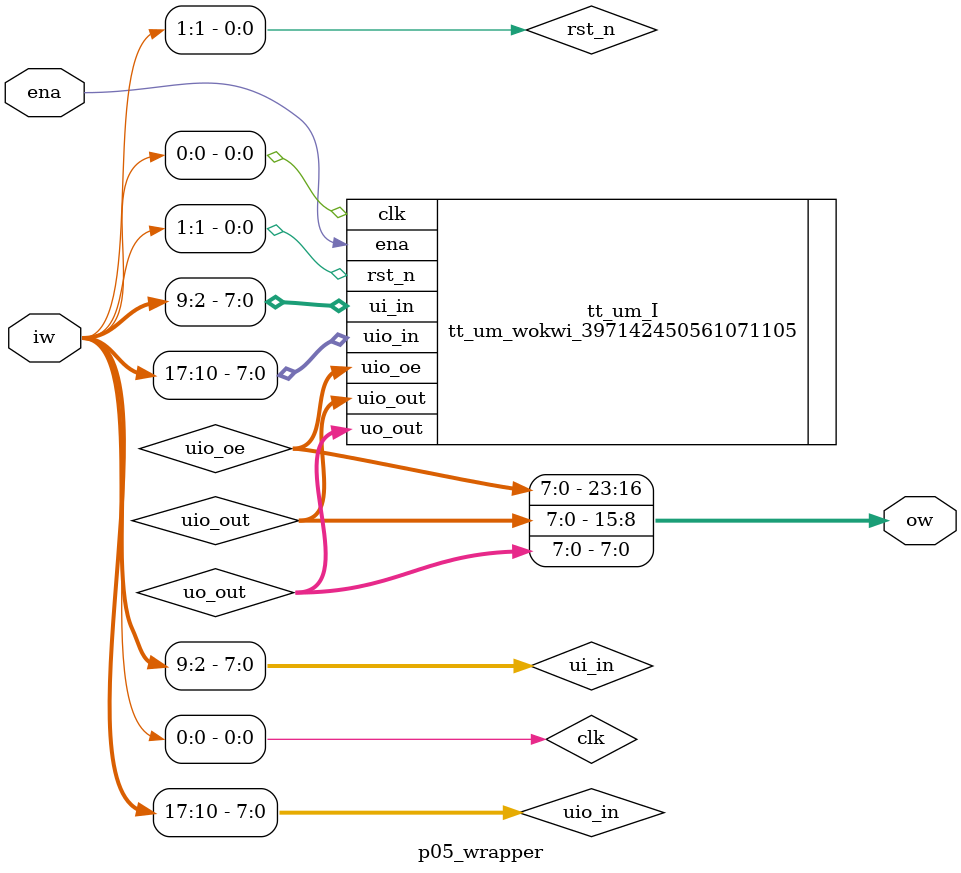
<source format=v>
`default_nettype none

module p05_wrapper (
  input wire ena,
  input wire [17:0] iw,
  output wire [23:0] ow
);

wire [7:0] uio_in;
wire [7:0] uio_out;
wire [7:0] uio_oe;
wire [7:0] uo_out;
wire [7:0] ui_in;
wire clk;
wire rst_n;

assign { uio_in, ui_in, rst_n, clk} = iw;
assign ow = { uio_oe, uio_out, uo_out };

tt_um_wokwi_397142450561071105 tt_um_I (
  .uio_in  (uio_in),
  .uio_out (uio_out),
  .uio_oe  (uio_oe),
  .uo_out  (uo_out),
  .ui_in   (ui_in),
  .ena     (ena),
  .clk     (clk),
  .rst_n   (rst_n)
);

endmodule

</source>
